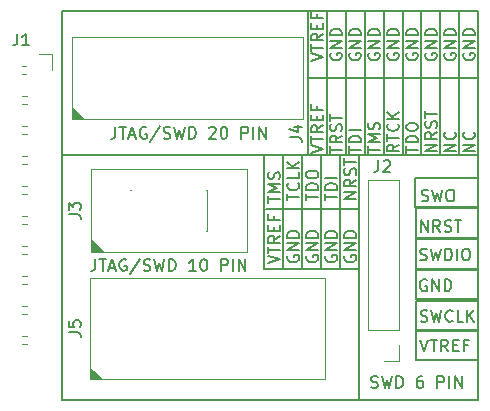
<source format=gbr>
%TF.GenerationSoftware,KiCad,Pcbnew,(6.0.1)*%
%TF.CreationDate,2023-01-19T10:52:25+01:00*%
%TF.ProjectId,swd-jlink-adapter,7377642d-6a6c-4696-9e6b-2d6164617074,rev?*%
%TF.SameCoordinates,Original*%
%TF.FileFunction,Legend,Top*%
%TF.FilePolarity,Positive*%
%FSLAX46Y46*%
G04 Gerber Fmt 4.6, Leading zero omitted, Abs format (unit mm)*
G04 Created by KiCad (PCBNEW (6.0.1)) date 2023-01-19 10:52:25*
%MOMM*%
%LPD*%
G01*
G04 APERTURE LIST*
%ADD10C,0.150000*%
%ADD11C,0.120000*%
G04 APERTURE END LIST*
D10*
X167000000Y-68500000D02*
X168600000Y-68500000D01*
X168600000Y-68500000D02*
X168600000Y-80750000D01*
X168600000Y-80750000D02*
X167000000Y-80750000D01*
X167000000Y-80750000D02*
X167000000Y-68500000D01*
X163800000Y-68500000D02*
X165400000Y-68500000D01*
X165400000Y-68500000D02*
X165400000Y-80750000D01*
X165400000Y-80750000D02*
X163800000Y-80750000D01*
X163800000Y-80750000D02*
X163800000Y-68500000D01*
X133400000Y-80750000D02*
X158500000Y-80750000D01*
X158500000Y-80750000D02*
X158500000Y-101500000D01*
X158500000Y-101500000D02*
X133400000Y-101500000D01*
X133400000Y-101500000D02*
X133400000Y-80750000D01*
X165400000Y-68500000D02*
X167000000Y-68500000D01*
X167000000Y-68500000D02*
X167000000Y-80750000D01*
X167000000Y-80750000D02*
X165400000Y-80750000D01*
X165400000Y-80750000D02*
X165400000Y-68500000D01*
X155800000Y-68500000D02*
X157400000Y-68500000D01*
X157400000Y-68500000D02*
X157400000Y-80750000D01*
X157400000Y-80750000D02*
X155800000Y-80750000D01*
X155800000Y-80750000D02*
X155800000Y-68500000D01*
X153700000Y-80750000D02*
X155300000Y-80750000D01*
X155300000Y-80750000D02*
X155300000Y-90400000D01*
X155300000Y-90400000D02*
X153700000Y-90400000D01*
X153700000Y-90400000D02*
X153700000Y-80750000D01*
X156900000Y-80750000D02*
X158500000Y-80750000D01*
X158500000Y-80750000D02*
X158500000Y-90400000D01*
X158500000Y-90400000D02*
X156900000Y-90400000D01*
X156900000Y-90400000D02*
X156900000Y-80750000D01*
X154200000Y-68500000D02*
X155800000Y-68500000D01*
X155800000Y-68500000D02*
X155800000Y-80750000D01*
X155800000Y-80750000D02*
X154200000Y-80750000D01*
X154200000Y-80750000D02*
X154200000Y-68500000D01*
X163300000Y-87850000D02*
X168600000Y-87850000D01*
X168600000Y-87850000D02*
X168600000Y-90350000D01*
X168600000Y-90350000D02*
X163300000Y-90350000D01*
X163300000Y-90350000D02*
X163300000Y-87850000D01*
X163300000Y-85250000D02*
X168600000Y-85250000D01*
X168600000Y-85250000D02*
X168600000Y-87750000D01*
X168600000Y-87750000D02*
X163300000Y-87750000D01*
X163300000Y-87750000D02*
X163300000Y-85250000D01*
X155300000Y-80750000D02*
X156900000Y-80750000D01*
X156900000Y-80750000D02*
X156900000Y-90400000D01*
X156900000Y-90400000D02*
X155300000Y-90400000D01*
X155300000Y-90400000D02*
X155300000Y-80750000D01*
X154250000Y-74250000D02*
X168500000Y-74250000D01*
X150500000Y-80750000D02*
X152100000Y-80750000D01*
X152100000Y-80750000D02*
X152100000Y-90400000D01*
X152100000Y-90400000D02*
X150500000Y-90400000D01*
X150500000Y-90400000D02*
X150500000Y-80750000D01*
X163300000Y-95600000D02*
X168600000Y-95600000D01*
X168600000Y-95600000D02*
X168600000Y-98100000D01*
X168600000Y-98100000D02*
X163300000Y-98100000D01*
X163300000Y-98100000D02*
X163300000Y-95600000D01*
X162200000Y-68500000D02*
X163800000Y-68500000D01*
X163800000Y-68500000D02*
X163800000Y-80750000D01*
X163800000Y-80750000D02*
X162200000Y-80750000D01*
X162200000Y-80750000D02*
X162200000Y-68500000D01*
X163285766Y-82650000D02*
X168585766Y-82650000D01*
X168585766Y-82650000D02*
X168585766Y-85150000D01*
X168585766Y-85150000D02*
X163285766Y-85150000D01*
X163285766Y-85150000D02*
X163285766Y-82650000D01*
X133400000Y-68500000D02*
X168600000Y-68500000D01*
X168600000Y-68500000D02*
X168600000Y-80750000D01*
X168600000Y-80750000D02*
X133400000Y-80750000D01*
X133400000Y-80750000D02*
X133400000Y-68500000D01*
X160600000Y-68500000D02*
X162200000Y-68500000D01*
X162200000Y-68500000D02*
X162200000Y-80750000D01*
X162200000Y-80750000D02*
X160600000Y-80750000D01*
X160600000Y-80750000D02*
X160600000Y-68500000D01*
X152100000Y-80750000D02*
X153700000Y-80750000D01*
X153700000Y-80750000D02*
X153700000Y-90400000D01*
X153700000Y-90400000D02*
X152100000Y-90400000D01*
X152100000Y-90400000D02*
X152100000Y-80750000D01*
X150600000Y-85300000D02*
X158500000Y-85300000D01*
X157400000Y-68500000D02*
X159000000Y-68500000D01*
X159000000Y-68500000D02*
X159000000Y-80750000D01*
X159000000Y-80750000D02*
X157400000Y-80750000D01*
X157400000Y-80750000D02*
X157400000Y-68500000D01*
X163300000Y-90450000D02*
X168600000Y-90450000D01*
X168600000Y-90450000D02*
X168600000Y-92950000D01*
X168600000Y-92950000D02*
X163300000Y-92950000D01*
X163300000Y-92950000D02*
X163300000Y-90450000D01*
X163300000Y-93050000D02*
X168600000Y-93050000D01*
X168600000Y-93050000D02*
X168600000Y-95550000D01*
X168600000Y-95550000D02*
X163300000Y-95550000D01*
X163300000Y-95550000D02*
X163300000Y-93050000D01*
X159000000Y-68500000D02*
X160600000Y-68500000D01*
X160600000Y-68500000D02*
X160600000Y-80750000D01*
X160600000Y-80750000D02*
X159000000Y-80750000D01*
X159000000Y-80750000D02*
X159000000Y-68500000D01*
X158500000Y-80750000D02*
X168600000Y-80750000D01*
X168600000Y-80750000D02*
X168600000Y-101500000D01*
X168600000Y-101500000D02*
X158500000Y-101500000D01*
X158500000Y-101500000D02*
X158500000Y-80750000D01*
X150832380Y-89907261D02*
X151832380Y-89573928D01*
X150832380Y-89240595D01*
X150832380Y-89050119D02*
X150832380Y-88478690D01*
X151832380Y-88764404D02*
X150832380Y-88764404D01*
X151832380Y-87573928D02*
X151356190Y-87907261D01*
X151832380Y-88145357D02*
X150832380Y-88145357D01*
X150832380Y-87764404D01*
X150880000Y-87669166D01*
X150927619Y-87621547D01*
X151022857Y-87573928D01*
X151165714Y-87573928D01*
X151260952Y-87621547D01*
X151308571Y-87669166D01*
X151356190Y-87764404D01*
X151356190Y-88145357D01*
X151308571Y-87145357D02*
X151308571Y-86812023D01*
X151832380Y-86669166D02*
X151832380Y-87145357D01*
X150832380Y-87145357D01*
X150832380Y-86669166D01*
X151308571Y-85907261D02*
X151308571Y-86240595D01*
X151832380Y-86240595D02*
X150832380Y-86240595D01*
X150832380Y-85764404D01*
X150832380Y-84764404D02*
X150832380Y-84192976D01*
X151832380Y-84478690D02*
X150832380Y-84478690D01*
X151832380Y-83859642D02*
X150832380Y-83859642D01*
X151546666Y-83526309D01*
X150832380Y-83192976D01*
X151832380Y-83192976D01*
X151784761Y-82764404D02*
X151832380Y-82621547D01*
X151832380Y-82383452D01*
X151784761Y-82288214D01*
X151737142Y-82240595D01*
X151641904Y-82192976D01*
X151546666Y-82192976D01*
X151451428Y-82240595D01*
X151403809Y-82288214D01*
X151356190Y-82383452D01*
X151308571Y-82573928D01*
X151260952Y-82669166D01*
X151213333Y-82716785D01*
X151118095Y-82764404D01*
X151022857Y-82764404D01*
X150927619Y-82716785D01*
X150880000Y-82669166D01*
X150832380Y-82573928D01*
X150832380Y-82335833D01*
X150880000Y-82192976D01*
X152490000Y-89240595D02*
X152442380Y-89335833D01*
X152442380Y-89478690D01*
X152490000Y-89621547D01*
X152585238Y-89716785D01*
X152680476Y-89764404D01*
X152870952Y-89812023D01*
X153013809Y-89812023D01*
X153204285Y-89764404D01*
X153299523Y-89716785D01*
X153394761Y-89621547D01*
X153442380Y-89478690D01*
X153442380Y-89383452D01*
X153394761Y-89240595D01*
X153347142Y-89192976D01*
X153013809Y-89192976D01*
X153013809Y-89383452D01*
X153442380Y-88764404D02*
X152442380Y-88764404D01*
X153442380Y-88192976D01*
X152442380Y-88192976D01*
X153442380Y-87716785D02*
X152442380Y-87716785D01*
X152442380Y-87478690D01*
X152490000Y-87335833D01*
X152585238Y-87240595D01*
X152680476Y-87192976D01*
X152870952Y-87145357D01*
X153013809Y-87145357D01*
X153204285Y-87192976D01*
X153299523Y-87240595D01*
X153394761Y-87335833D01*
X153442380Y-87478690D01*
X153442380Y-87716785D01*
X152442380Y-84573928D02*
X152442380Y-84002500D01*
X153442380Y-84288214D02*
X152442380Y-84288214D01*
X153347142Y-83097738D02*
X153394761Y-83145357D01*
X153442380Y-83288214D01*
X153442380Y-83383452D01*
X153394761Y-83526309D01*
X153299523Y-83621547D01*
X153204285Y-83669166D01*
X153013809Y-83716785D01*
X152870952Y-83716785D01*
X152680476Y-83669166D01*
X152585238Y-83621547D01*
X152490000Y-83526309D01*
X152442380Y-83383452D01*
X152442380Y-83288214D01*
X152490000Y-83145357D01*
X152537619Y-83097738D01*
X153442380Y-82192976D02*
X153442380Y-82669166D01*
X152442380Y-82669166D01*
X153442380Y-81859642D02*
X152442380Y-81859642D01*
X153442380Y-81288214D02*
X152870952Y-81716785D01*
X152442380Y-81288214D02*
X153013809Y-81859642D01*
X154100000Y-89240595D02*
X154052380Y-89335833D01*
X154052380Y-89478690D01*
X154100000Y-89621547D01*
X154195238Y-89716785D01*
X154290476Y-89764404D01*
X154480952Y-89812023D01*
X154623809Y-89812023D01*
X154814285Y-89764404D01*
X154909523Y-89716785D01*
X155004761Y-89621547D01*
X155052380Y-89478690D01*
X155052380Y-89383452D01*
X155004761Y-89240595D01*
X154957142Y-89192976D01*
X154623809Y-89192976D01*
X154623809Y-89383452D01*
X155052380Y-88764404D02*
X154052380Y-88764404D01*
X155052380Y-88192976D01*
X154052380Y-88192976D01*
X155052380Y-87716785D02*
X154052380Y-87716785D01*
X154052380Y-87478690D01*
X154100000Y-87335833D01*
X154195238Y-87240595D01*
X154290476Y-87192976D01*
X154480952Y-87145357D01*
X154623809Y-87145357D01*
X154814285Y-87192976D01*
X154909523Y-87240595D01*
X155004761Y-87335833D01*
X155052380Y-87478690D01*
X155052380Y-87716785D01*
X154052380Y-84573928D02*
X154052380Y-84002500D01*
X155052380Y-84288214D02*
X154052380Y-84288214D01*
X155052380Y-83669166D02*
X154052380Y-83669166D01*
X154052380Y-83431071D01*
X154100000Y-83288214D01*
X154195238Y-83192976D01*
X154290476Y-83145357D01*
X154480952Y-83097738D01*
X154623809Y-83097738D01*
X154814285Y-83145357D01*
X154909523Y-83192976D01*
X155004761Y-83288214D01*
X155052380Y-83431071D01*
X155052380Y-83669166D01*
X154052380Y-82478690D02*
X154052380Y-82288214D01*
X154100000Y-82192976D01*
X154195238Y-82097738D01*
X154385714Y-82050119D01*
X154719047Y-82050119D01*
X154909523Y-82097738D01*
X155004761Y-82192976D01*
X155052380Y-82288214D01*
X155052380Y-82478690D01*
X155004761Y-82573928D01*
X154909523Y-82669166D01*
X154719047Y-82716785D01*
X154385714Y-82716785D01*
X154195238Y-82669166D01*
X154100000Y-82573928D01*
X154052380Y-82478690D01*
X155710000Y-89240595D02*
X155662380Y-89335833D01*
X155662380Y-89478690D01*
X155710000Y-89621547D01*
X155805238Y-89716785D01*
X155900476Y-89764404D01*
X156090952Y-89812023D01*
X156233809Y-89812023D01*
X156424285Y-89764404D01*
X156519523Y-89716785D01*
X156614761Y-89621547D01*
X156662380Y-89478690D01*
X156662380Y-89383452D01*
X156614761Y-89240595D01*
X156567142Y-89192976D01*
X156233809Y-89192976D01*
X156233809Y-89383452D01*
X156662380Y-88764404D02*
X155662380Y-88764404D01*
X156662380Y-88192976D01*
X155662380Y-88192976D01*
X156662380Y-87716785D02*
X155662380Y-87716785D01*
X155662380Y-87478690D01*
X155710000Y-87335833D01*
X155805238Y-87240595D01*
X155900476Y-87192976D01*
X156090952Y-87145357D01*
X156233809Y-87145357D01*
X156424285Y-87192976D01*
X156519523Y-87240595D01*
X156614761Y-87335833D01*
X156662380Y-87478690D01*
X156662380Y-87716785D01*
X155662380Y-84573928D02*
X155662380Y-84002500D01*
X156662380Y-84288214D02*
X155662380Y-84288214D01*
X156662380Y-83669166D02*
X155662380Y-83669166D01*
X155662380Y-83431071D01*
X155710000Y-83288214D01*
X155805238Y-83192976D01*
X155900476Y-83145357D01*
X156090952Y-83097738D01*
X156233809Y-83097738D01*
X156424285Y-83145357D01*
X156519523Y-83192976D01*
X156614761Y-83288214D01*
X156662380Y-83431071D01*
X156662380Y-83669166D01*
X156662380Y-82669166D02*
X155662380Y-82669166D01*
X157320000Y-89240595D02*
X157272380Y-89335833D01*
X157272380Y-89478690D01*
X157320000Y-89621547D01*
X157415238Y-89716785D01*
X157510476Y-89764404D01*
X157700952Y-89812023D01*
X157843809Y-89812023D01*
X158034285Y-89764404D01*
X158129523Y-89716785D01*
X158224761Y-89621547D01*
X158272380Y-89478690D01*
X158272380Y-89383452D01*
X158224761Y-89240595D01*
X158177142Y-89192976D01*
X157843809Y-89192976D01*
X157843809Y-89383452D01*
X158272380Y-88764404D02*
X157272380Y-88764404D01*
X158272380Y-88192976D01*
X157272380Y-88192976D01*
X158272380Y-87716785D02*
X157272380Y-87716785D01*
X157272380Y-87478690D01*
X157320000Y-87335833D01*
X157415238Y-87240595D01*
X157510476Y-87192976D01*
X157700952Y-87145357D01*
X157843809Y-87145357D01*
X158034285Y-87192976D01*
X158129523Y-87240595D01*
X158224761Y-87335833D01*
X158272380Y-87478690D01*
X158272380Y-87716785D01*
X158272380Y-84431071D02*
X157272380Y-84431071D01*
X158272380Y-83859642D01*
X157272380Y-83859642D01*
X158272380Y-82812023D02*
X157796190Y-83145357D01*
X158272380Y-83383452D02*
X157272380Y-83383452D01*
X157272380Y-83002500D01*
X157320000Y-82907261D01*
X157367619Y-82859642D01*
X157462857Y-82812023D01*
X157605714Y-82812023D01*
X157700952Y-82859642D01*
X157748571Y-82907261D01*
X157796190Y-83002500D01*
X157796190Y-83383452D01*
X158224761Y-82431071D02*
X158272380Y-82288214D01*
X158272380Y-82050119D01*
X158224761Y-81954880D01*
X158177142Y-81907261D01*
X158081904Y-81859642D01*
X157986666Y-81859642D01*
X157891428Y-81907261D01*
X157843809Y-81954880D01*
X157796190Y-82050119D01*
X157748571Y-82240595D01*
X157700952Y-82335833D01*
X157653333Y-82383452D01*
X157558095Y-82431071D01*
X157462857Y-82431071D01*
X157367619Y-82383452D01*
X157320000Y-82335833D01*
X157272380Y-82240595D01*
X157272380Y-82002500D01*
X157320000Y-81859642D01*
X157272380Y-81573928D02*
X157272380Y-81002500D01*
X158272380Y-81288214D02*
X157272380Y-81288214D01*
X164238095Y-91300000D02*
X164142857Y-91252380D01*
X164000000Y-91252380D01*
X163857142Y-91300000D01*
X163761904Y-91395238D01*
X163714285Y-91490476D01*
X163666666Y-91680952D01*
X163666666Y-91823809D01*
X163714285Y-92014285D01*
X163761904Y-92109523D01*
X163857142Y-92204761D01*
X164000000Y-92252380D01*
X164095238Y-92252380D01*
X164238095Y-92204761D01*
X164285714Y-92157142D01*
X164285714Y-91823809D01*
X164095238Y-91823809D01*
X164714285Y-92252380D02*
X164714285Y-91252380D01*
X165285714Y-92252380D01*
X165285714Y-91252380D01*
X165761904Y-92252380D02*
X165761904Y-91252380D01*
X166000000Y-91252380D01*
X166142857Y-91300000D01*
X166238095Y-91395238D01*
X166285714Y-91490476D01*
X166333333Y-91680952D01*
X166333333Y-91823809D01*
X166285714Y-92014285D01*
X166238095Y-92109523D01*
X166142857Y-92204761D01*
X166000000Y-92252380D01*
X165761904Y-92252380D01*
X163819047Y-84604761D02*
X163961904Y-84652380D01*
X164200000Y-84652380D01*
X164295238Y-84604761D01*
X164342857Y-84557142D01*
X164390476Y-84461904D01*
X164390476Y-84366666D01*
X164342857Y-84271428D01*
X164295238Y-84223809D01*
X164200000Y-84176190D01*
X164009523Y-84128571D01*
X163914285Y-84080952D01*
X163866666Y-84033333D01*
X163819047Y-83938095D01*
X163819047Y-83842857D01*
X163866666Y-83747619D01*
X163914285Y-83700000D01*
X164009523Y-83652380D01*
X164247619Y-83652380D01*
X164390476Y-83700000D01*
X164723809Y-83652380D02*
X164961904Y-84652380D01*
X165152380Y-83938095D01*
X165342857Y-84652380D01*
X165580952Y-83652380D01*
X166152380Y-83652380D02*
X166342857Y-83652380D01*
X166438095Y-83700000D01*
X166533333Y-83795238D01*
X166580952Y-83985714D01*
X166580952Y-84319047D01*
X166533333Y-84509523D01*
X166438095Y-84604761D01*
X166342857Y-84652380D01*
X166152380Y-84652380D01*
X166057142Y-84604761D01*
X165961904Y-84509523D01*
X165914285Y-84319047D01*
X165914285Y-83985714D01*
X165961904Y-83795238D01*
X166057142Y-83700000D01*
X166152380Y-83652380D01*
X163757142Y-87252380D02*
X163757142Y-86252380D01*
X164328571Y-87252380D01*
X164328571Y-86252380D01*
X165376190Y-87252380D02*
X165042857Y-86776190D01*
X164804761Y-87252380D02*
X164804761Y-86252380D01*
X165185714Y-86252380D01*
X165280952Y-86300000D01*
X165328571Y-86347619D01*
X165376190Y-86442857D01*
X165376190Y-86585714D01*
X165328571Y-86680952D01*
X165280952Y-86728571D01*
X165185714Y-86776190D01*
X164804761Y-86776190D01*
X165757142Y-87204761D02*
X165900000Y-87252380D01*
X166138095Y-87252380D01*
X166233333Y-87204761D01*
X166280952Y-87157142D01*
X166328571Y-87061904D01*
X166328571Y-86966666D01*
X166280952Y-86871428D01*
X166233333Y-86823809D01*
X166138095Y-86776190D01*
X165947619Y-86728571D01*
X165852380Y-86680952D01*
X165804761Y-86633333D01*
X165757142Y-86538095D01*
X165757142Y-86442857D01*
X165804761Y-86347619D01*
X165852380Y-86300000D01*
X165947619Y-86252380D01*
X166185714Y-86252380D01*
X166328571Y-86300000D01*
X166614285Y-86252380D02*
X167185714Y-86252380D01*
X166900000Y-87252380D02*
X166900000Y-86252380D01*
X163680952Y-89604761D02*
X163823809Y-89652380D01*
X164061904Y-89652380D01*
X164157142Y-89604761D01*
X164204761Y-89557142D01*
X164252380Y-89461904D01*
X164252380Y-89366666D01*
X164204761Y-89271428D01*
X164157142Y-89223809D01*
X164061904Y-89176190D01*
X163871428Y-89128571D01*
X163776190Y-89080952D01*
X163728571Y-89033333D01*
X163680952Y-88938095D01*
X163680952Y-88842857D01*
X163728571Y-88747619D01*
X163776190Y-88700000D01*
X163871428Y-88652380D01*
X164109523Y-88652380D01*
X164252380Y-88700000D01*
X164585714Y-88652380D02*
X164823809Y-89652380D01*
X165014285Y-88938095D01*
X165204761Y-89652380D01*
X165442857Y-88652380D01*
X165823809Y-89652380D02*
X165823809Y-88652380D01*
X166061904Y-88652380D01*
X166204761Y-88700000D01*
X166300000Y-88795238D01*
X166347619Y-88890476D01*
X166395238Y-89080952D01*
X166395238Y-89223809D01*
X166347619Y-89414285D01*
X166300000Y-89509523D01*
X166204761Y-89604761D01*
X166061904Y-89652380D01*
X165823809Y-89652380D01*
X166823809Y-89652380D02*
X166823809Y-88652380D01*
X167490476Y-88652380D02*
X167680952Y-88652380D01*
X167776190Y-88700000D01*
X167871428Y-88795238D01*
X167919047Y-88985714D01*
X167919047Y-89319047D01*
X167871428Y-89509523D01*
X167776190Y-89604761D01*
X167680952Y-89652380D01*
X167490476Y-89652380D01*
X167395238Y-89604761D01*
X167300000Y-89509523D01*
X167252380Y-89319047D01*
X167252380Y-88985714D01*
X167300000Y-88795238D01*
X167395238Y-88700000D01*
X167490476Y-88652380D01*
X136185714Y-89552380D02*
X136185714Y-90266666D01*
X136138095Y-90409523D01*
X136042857Y-90504761D01*
X135900000Y-90552380D01*
X135804761Y-90552380D01*
X136519047Y-89552380D02*
X137090476Y-89552380D01*
X136804761Y-90552380D02*
X136804761Y-89552380D01*
X137376190Y-90266666D02*
X137852380Y-90266666D01*
X137280952Y-90552380D02*
X137614285Y-89552380D01*
X137947619Y-90552380D01*
X138804761Y-89600000D02*
X138709523Y-89552380D01*
X138566666Y-89552380D01*
X138423809Y-89600000D01*
X138328571Y-89695238D01*
X138280952Y-89790476D01*
X138233333Y-89980952D01*
X138233333Y-90123809D01*
X138280952Y-90314285D01*
X138328571Y-90409523D01*
X138423809Y-90504761D01*
X138566666Y-90552380D01*
X138661904Y-90552380D01*
X138804761Y-90504761D01*
X138852380Y-90457142D01*
X138852380Y-90123809D01*
X138661904Y-90123809D01*
X139995238Y-89504761D02*
X139138095Y-90790476D01*
X140280952Y-90504761D02*
X140423809Y-90552380D01*
X140661904Y-90552380D01*
X140757142Y-90504761D01*
X140804761Y-90457142D01*
X140852380Y-90361904D01*
X140852380Y-90266666D01*
X140804761Y-90171428D01*
X140757142Y-90123809D01*
X140661904Y-90076190D01*
X140471428Y-90028571D01*
X140376190Y-89980952D01*
X140328571Y-89933333D01*
X140280952Y-89838095D01*
X140280952Y-89742857D01*
X140328571Y-89647619D01*
X140376190Y-89600000D01*
X140471428Y-89552380D01*
X140709523Y-89552380D01*
X140852380Y-89600000D01*
X141185714Y-89552380D02*
X141423809Y-90552380D01*
X141614285Y-89838095D01*
X141804761Y-90552380D01*
X142042857Y-89552380D01*
X142423809Y-90552380D02*
X142423809Y-89552380D01*
X142661904Y-89552380D01*
X142804761Y-89600000D01*
X142900000Y-89695238D01*
X142947619Y-89790476D01*
X142995238Y-89980952D01*
X142995238Y-90123809D01*
X142947619Y-90314285D01*
X142900000Y-90409523D01*
X142804761Y-90504761D01*
X142661904Y-90552380D01*
X142423809Y-90552380D01*
X144709523Y-90552380D02*
X144138095Y-90552380D01*
X144423809Y-90552380D02*
X144423809Y-89552380D01*
X144328571Y-89695238D01*
X144233333Y-89790476D01*
X144138095Y-89838095D01*
X145328571Y-89552380D02*
X145423809Y-89552380D01*
X145519047Y-89600000D01*
X145566666Y-89647619D01*
X145614285Y-89742857D01*
X145661904Y-89933333D01*
X145661904Y-90171428D01*
X145614285Y-90361904D01*
X145566666Y-90457142D01*
X145519047Y-90504761D01*
X145423809Y-90552380D01*
X145328571Y-90552380D01*
X145233333Y-90504761D01*
X145185714Y-90457142D01*
X145138095Y-90361904D01*
X145090476Y-90171428D01*
X145090476Y-89933333D01*
X145138095Y-89742857D01*
X145185714Y-89647619D01*
X145233333Y-89600000D01*
X145328571Y-89552380D01*
X146852380Y-90552380D02*
X146852380Y-89552380D01*
X147233333Y-89552380D01*
X147328571Y-89600000D01*
X147376190Y-89647619D01*
X147423809Y-89742857D01*
X147423809Y-89885714D01*
X147376190Y-89980952D01*
X147328571Y-90028571D01*
X147233333Y-90076190D01*
X146852380Y-90076190D01*
X147852380Y-90552380D02*
X147852380Y-89552380D01*
X148328571Y-90552380D02*
X148328571Y-89552380D01*
X148900000Y-90552380D01*
X148900000Y-89552380D01*
X154462380Y-80557261D02*
X155462380Y-80223928D01*
X154462380Y-79890595D01*
X154462380Y-79700119D02*
X154462380Y-79128690D01*
X155462380Y-79414404D02*
X154462380Y-79414404D01*
X155462380Y-78223928D02*
X154986190Y-78557261D01*
X155462380Y-78795357D02*
X154462380Y-78795357D01*
X154462380Y-78414404D01*
X154510000Y-78319166D01*
X154557619Y-78271547D01*
X154652857Y-78223928D01*
X154795714Y-78223928D01*
X154890952Y-78271547D01*
X154938571Y-78319166D01*
X154986190Y-78414404D01*
X154986190Y-78795357D01*
X154938571Y-77795357D02*
X154938571Y-77462023D01*
X155462380Y-77319166D02*
X155462380Y-77795357D01*
X154462380Y-77795357D01*
X154462380Y-77319166D01*
X154938571Y-76557261D02*
X154938571Y-76890595D01*
X155462380Y-76890595D02*
X154462380Y-76890595D01*
X154462380Y-76414404D01*
X154462380Y-72795357D02*
X155462380Y-72462023D01*
X154462380Y-72128690D01*
X154462380Y-71938214D02*
X154462380Y-71366785D01*
X155462380Y-71652500D02*
X154462380Y-71652500D01*
X155462380Y-70462023D02*
X154986190Y-70795357D01*
X155462380Y-71033452D02*
X154462380Y-71033452D01*
X154462380Y-70652500D01*
X154510000Y-70557261D01*
X154557619Y-70509642D01*
X154652857Y-70462023D01*
X154795714Y-70462023D01*
X154890952Y-70509642D01*
X154938571Y-70557261D01*
X154986190Y-70652500D01*
X154986190Y-71033452D01*
X154938571Y-70033452D02*
X154938571Y-69700119D01*
X155462380Y-69557261D02*
X155462380Y-70033452D01*
X154462380Y-70033452D01*
X154462380Y-69557261D01*
X154938571Y-68795357D02*
X154938571Y-69128690D01*
X155462380Y-69128690D02*
X154462380Y-69128690D01*
X154462380Y-68652500D01*
X156072380Y-80557261D02*
X156072380Y-79985833D01*
X157072380Y-80271547D02*
X156072380Y-80271547D01*
X157072380Y-79081071D02*
X156596190Y-79414404D01*
X157072380Y-79652500D02*
X156072380Y-79652500D01*
X156072380Y-79271547D01*
X156120000Y-79176309D01*
X156167619Y-79128690D01*
X156262857Y-79081071D01*
X156405714Y-79081071D01*
X156500952Y-79128690D01*
X156548571Y-79176309D01*
X156596190Y-79271547D01*
X156596190Y-79652500D01*
X157024761Y-78700119D02*
X157072380Y-78557261D01*
X157072380Y-78319166D01*
X157024761Y-78223928D01*
X156977142Y-78176309D01*
X156881904Y-78128690D01*
X156786666Y-78128690D01*
X156691428Y-78176309D01*
X156643809Y-78223928D01*
X156596190Y-78319166D01*
X156548571Y-78509642D01*
X156500952Y-78604880D01*
X156453333Y-78652500D01*
X156358095Y-78700119D01*
X156262857Y-78700119D01*
X156167619Y-78652500D01*
X156120000Y-78604880D01*
X156072380Y-78509642D01*
X156072380Y-78271547D01*
X156120000Y-78128690D01*
X156072380Y-77842976D02*
X156072380Y-77271547D01*
X157072380Y-77557261D02*
X156072380Y-77557261D01*
X156120000Y-72128690D02*
X156072380Y-72223928D01*
X156072380Y-72366785D01*
X156120000Y-72509642D01*
X156215238Y-72604880D01*
X156310476Y-72652500D01*
X156500952Y-72700119D01*
X156643809Y-72700119D01*
X156834285Y-72652500D01*
X156929523Y-72604880D01*
X157024761Y-72509642D01*
X157072380Y-72366785D01*
X157072380Y-72271547D01*
X157024761Y-72128690D01*
X156977142Y-72081071D01*
X156643809Y-72081071D01*
X156643809Y-72271547D01*
X157072380Y-71652500D02*
X156072380Y-71652500D01*
X157072380Y-71081071D01*
X156072380Y-71081071D01*
X157072380Y-70604880D02*
X156072380Y-70604880D01*
X156072380Y-70366785D01*
X156120000Y-70223928D01*
X156215238Y-70128690D01*
X156310476Y-70081071D01*
X156500952Y-70033452D01*
X156643809Y-70033452D01*
X156834285Y-70081071D01*
X156929523Y-70128690D01*
X157024761Y-70223928D01*
X157072380Y-70366785D01*
X157072380Y-70604880D01*
X157682380Y-80557261D02*
X157682380Y-79985833D01*
X158682380Y-80271547D02*
X157682380Y-80271547D01*
X158682380Y-79652500D02*
X157682380Y-79652500D01*
X157682380Y-79414404D01*
X157730000Y-79271547D01*
X157825238Y-79176309D01*
X157920476Y-79128690D01*
X158110952Y-79081071D01*
X158253809Y-79081071D01*
X158444285Y-79128690D01*
X158539523Y-79176309D01*
X158634761Y-79271547D01*
X158682380Y-79414404D01*
X158682380Y-79652500D01*
X158682380Y-78652500D02*
X157682380Y-78652500D01*
X157730000Y-72128690D02*
X157682380Y-72223928D01*
X157682380Y-72366785D01*
X157730000Y-72509642D01*
X157825238Y-72604880D01*
X157920476Y-72652500D01*
X158110952Y-72700119D01*
X158253809Y-72700119D01*
X158444285Y-72652500D01*
X158539523Y-72604880D01*
X158634761Y-72509642D01*
X158682380Y-72366785D01*
X158682380Y-72271547D01*
X158634761Y-72128690D01*
X158587142Y-72081071D01*
X158253809Y-72081071D01*
X158253809Y-72271547D01*
X158682380Y-71652500D02*
X157682380Y-71652500D01*
X158682380Y-71081071D01*
X157682380Y-71081071D01*
X158682380Y-70604880D02*
X157682380Y-70604880D01*
X157682380Y-70366785D01*
X157730000Y-70223928D01*
X157825238Y-70128690D01*
X157920476Y-70081071D01*
X158110952Y-70033452D01*
X158253809Y-70033452D01*
X158444285Y-70081071D01*
X158539523Y-70128690D01*
X158634761Y-70223928D01*
X158682380Y-70366785D01*
X158682380Y-70604880D01*
X159292380Y-80557261D02*
X159292380Y-79985833D01*
X160292380Y-80271547D02*
X159292380Y-80271547D01*
X160292380Y-79652500D02*
X159292380Y-79652500D01*
X160006666Y-79319166D01*
X159292380Y-78985833D01*
X160292380Y-78985833D01*
X160244761Y-78557261D02*
X160292380Y-78414404D01*
X160292380Y-78176309D01*
X160244761Y-78081071D01*
X160197142Y-78033452D01*
X160101904Y-77985833D01*
X160006666Y-77985833D01*
X159911428Y-78033452D01*
X159863809Y-78081071D01*
X159816190Y-78176309D01*
X159768571Y-78366785D01*
X159720952Y-78462023D01*
X159673333Y-78509642D01*
X159578095Y-78557261D01*
X159482857Y-78557261D01*
X159387619Y-78509642D01*
X159340000Y-78462023D01*
X159292380Y-78366785D01*
X159292380Y-78128690D01*
X159340000Y-77985833D01*
X159340000Y-72128690D02*
X159292380Y-72223928D01*
X159292380Y-72366785D01*
X159340000Y-72509642D01*
X159435238Y-72604880D01*
X159530476Y-72652500D01*
X159720952Y-72700119D01*
X159863809Y-72700119D01*
X160054285Y-72652500D01*
X160149523Y-72604880D01*
X160244761Y-72509642D01*
X160292380Y-72366785D01*
X160292380Y-72271547D01*
X160244761Y-72128690D01*
X160197142Y-72081071D01*
X159863809Y-72081071D01*
X159863809Y-72271547D01*
X160292380Y-71652500D02*
X159292380Y-71652500D01*
X160292380Y-71081071D01*
X159292380Y-71081071D01*
X160292380Y-70604880D02*
X159292380Y-70604880D01*
X159292380Y-70366785D01*
X159340000Y-70223928D01*
X159435238Y-70128690D01*
X159530476Y-70081071D01*
X159720952Y-70033452D01*
X159863809Y-70033452D01*
X160054285Y-70081071D01*
X160149523Y-70128690D01*
X160244761Y-70223928D01*
X160292380Y-70366785D01*
X160292380Y-70604880D01*
X161902380Y-79842976D02*
X161426190Y-80176309D01*
X161902380Y-80414404D02*
X160902380Y-80414404D01*
X160902380Y-80033452D01*
X160950000Y-79938214D01*
X160997619Y-79890595D01*
X161092857Y-79842976D01*
X161235714Y-79842976D01*
X161330952Y-79890595D01*
X161378571Y-79938214D01*
X161426190Y-80033452D01*
X161426190Y-80414404D01*
X160902380Y-79557261D02*
X160902380Y-78985833D01*
X161902380Y-79271547D02*
X160902380Y-79271547D01*
X161807142Y-78081071D02*
X161854761Y-78128690D01*
X161902380Y-78271547D01*
X161902380Y-78366785D01*
X161854761Y-78509642D01*
X161759523Y-78604880D01*
X161664285Y-78652500D01*
X161473809Y-78700119D01*
X161330952Y-78700119D01*
X161140476Y-78652500D01*
X161045238Y-78604880D01*
X160950000Y-78509642D01*
X160902380Y-78366785D01*
X160902380Y-78271547D01*
X160950000Y-78128690D01*
X160997619Y-78081071D01*
X161902380Y-77652500D02*
X160902380Y-77652500D01*
X161902380Y-77081071D02*
X161330952Y-77509642D01*
X160902380Y-77081071D02*
X161473809Y-77652500D01*
X160950000Y-72128690D02*
X160902380Y-72223928D01*
X160902380Y-72366785D01*
X160950000Y-72509642D01*
X161045238Y-72604880D01*
X161140476Y-72652500D01*
X161330952Y-72700119D01*
X161473809Y-72700119D01*
X161664285Y-72652500D01*
X161759523Y-72604880D01*
X161854761Y-72509642D01*
X161902380Y-72366785D01*
X161902380Y-72271547D01*
X161854761Y-72128690D01*
X161807142Y-72081071D01*
X161473809Y-72081071D01*
X161473809Y-72271547D01*
X161902380Y-71652500D02*
X160902380Y-71652500D01*
X161902380Y-71081071D01*
X160902380Y-71081071D01*
X161902380Y-70604880D02*
X160902380Y-70604880D01*
X160902380Y-70366785D01*
X160950000Y-70223928D01*
X161045238Y-70128690D01*
X161140476Y-70081071D01*
X161330952Y-70033452D01*
X161473809Y-70033452D01*
X161664285Y-70081071D01*
X161759523Y-70128690D01*
X161854761Y-70223928D01*
X161902380Y-70366785D01*
X161902380Y-70604880D01*
X162512380Y-80557261D02*
X162512380Y-79985833D01*
X163512380Y-80271547D02*
X162512380Y-80271547D01*
X163512380Y-79652500D02*
X162512380Y-79652500D01*
X162512380Y-79414404D01*
X162560000Y-79271547D01*
X162655238Y-79176309D01*
X162750476Y-79128690D01*
X162940952Y-79081071D01*
X163083809Y-79081071D01*
X163274285Y-79128690D01*
X163369523Y-79176309D01*
X163464761Y-79271547D01*
X163512380Y-79414404D01*
X163512380Y-79652500D01*
X162512380Y-78462023D02*
X162512380Y-78271547D01*
X162560000Y-78176309D01*
X162655238Y-78081071D01*
X162845714Y-78033452D01*
X163179047Y-78033452D01*
X163369523Y-78081071D01*
X163464761Y-78176309D01*
X163512380Y-78271547D01*
X163512380Y-78462023D01*
X163464761Y-78557261D01*
X163369523Y-78652500D01*
X163179047Y-78700119D01*
X162845714Y-78700119D01*
X162655238Y-78652500D01*
X162560000Y-78557261D01*
X162512380Y-78462023D01*
X162560000Y-72128690D02*
X162512380Y-72223928D01*
X162512380Y-72366785D01*
X162560000Y-72509642D01*
X162655238Y-72604880D01*
X162750476Y-72652500D01*
X162940952Y-72700119D01*
X163083809Y-72700119D01*
X163274285Y-72652500D01*
X163369523Y-72604880D01*
X163464761Y-72509642D01*
X163512380Y-72366785D01*
X163512380Y-72271547D01*
X163464761Y-72128690D01*
X163417142Y-72081071D01*
X163083809Y-72081071D01*
X163083809Y-72271547D01*
X163512380Y-71652500D02*
X162512380Y-71652500D01*
X163512380Y-71081071D01*
X162512380Y-71081071D01*
X163512380Y-70604880D02*
X162512380Y-70604880D01*
X162512380Y-70366785D01*
X162560000Y-70223928D01*
X162655238Y-70128690D01*
X162750476Y-70081071D01*
X162940952Y-70033452D01*
X163083809Y-70033452D01*
X163274285Y-70081071D01*
X163369523Y-70128690D01*
X163464761Y-70223928D01*
X163512380Y-70366785D01*
X163512380Y-70604880D01*
X165122380Y-80414404D02*
X164122380Y-80414404D01*
X165122380Y-79842976D01*
X164122380Y-79842976D01*
X165122380Y-78795357D02*
X164646190Y-79128690D01*
X165122380Y-79366785D02*
X164122380Y-79366785D01*
X164122380Y-78985833D01*
X164170000Y-78890595D01*
X164217619Y-78842976D01*
X164312857Y-78795357D01*
X164455714Y-78795357D01*
X164550952Y-78842976D01*
X164598571Y-78890595D01*
X164646190Y-78985833D01*
X164646190Y-79366785D01*
X165074761Y-78414404D02*
X165122380Y-78271547D01*
X165122380Y-78033452D01*
X165074761Y-77938214D01*
X165027142Y-77890595D01*
X164931904Y-77842976D01*
X164836666Y-77842976D01*
X164741428Y-77890595D01*
X164693809Y-77938214D01*
X164646190Y-78033452D01*
X164598571Y-78223928D01*
X164550952Y-78319166D01*
X164503333Y-78366785D01*
X164408095Y-78414404D01*
X164312857Y-78414404D01*
X164217619Y-78366785D01*
X164170000Y-78319166D01*
X164122380Y-78223928D01*
X164122380Y-77985833D01*
X164170000Y-77842976D01*
X164122380Y-77557261D02*
X164122380Y-76985833D01*
X165122380Y-77271547D02*
X164122380Y-77271547D01*
X164170000Y-72128690D02*
X164122380Y-72223928D01*
X164122380Y-72366785D01*
X164170000Y-72509642D01*
X164265238Y-72604880D01*
X164360476Y-72652500D01*
X164550952Y-72700119D01*
X164693809Y-72700119D01*
X164884285Y-72652500D01*
X164979523Y-72604880D01*
X165074761Y-72509642D01*
X165122380Y-72366785D01*
X165122380Y-72271547D01*
X165074761Y-72128690D01*
X165027142Y-72081071D01*
X164693809Y-72081071D01*
X164693809Y-72271547D01*
X165122380Y-71652500D02*
X164122380Y-71652500D01*
X165122380Y-71081071D01*
X164122380Y-71081071D01*
X165122380Y-70604880D02*
X164122380Y-70604880D01*
X164122380Y-70366785D01*
X164170000Y-70223928D01*
X164265238Y-70128690D01*
X164360476Y-70081071D01*
X164550952Y-70033452D01*
X164693809Y-70033452D01*
X164884285Y-70081071D01*
X164979523Y-70128690D01*
X165074761Y-70223928D01*
X165122380Y-70366785D01*
X165122380Y-70604880D01*
X166732380Y-80414404D02*
X165732380Y-80414404D01*
X166732380Y-79842976D01*
X165732380Y-79842976D01*
X166637142Y-78795357D02*
X166684761Y-78842976D01*
X166732380Y-78985833D01*
X166732380Y-79081071D01*
X166684761Y-79223928D01*
X166589523Y-79319166D01*
X166494285Y-79366785D01*
X166303809Y-79414404D01*
X166160952Y-79414404D01*
X165970476Y-79366785D01*
X165875238Y-79319166D01*
X165780000Y-79223928D01*
X165732380Y-79081071D01*
X165732380Y-78985833D01*
X165780000Y-78842976D01*
X165827619Y-78795357D01*
X165780000Y-72128690D02*
X165732380Y-72223928D01*
X165732380Y-72366785D01*
X165780000Y-72509642D01*
X165875238Y-72604880D01*
X165970476Y-72652500D01*
X166160952Y-72700119D01*
X166303809Y-72700119D01*
X166494285Y-72652500D01*
X166589523Y-72604880D01*
X166684761Y-72509642D01*
X166732380Y-72366785D01*
X166732380Y-72271547D01*
X166684761Y-72128690D01*
X166637142Y-72081071D01*
X166303809Y-72081071D01*
X166303809Y-72271547D01*
X166732380Y-71652500D02*
X165732380Y-71652500D01*
X166732380Y-71081071D01*
X165732380Y-71081071D01*
X166732380Y-70604880D02*
X165732380Y-70604880D01*
X165732380Y-70366785D01*
X165780000Y-70223928D01*
X165875238Y-70128690D01*
X165970476Y-70081071D01*
X166160952Y-70033452D01*
X166303809Y-70033452D01*
X166494285Y-70081071D01*
X166589523Y-70128690D01*
X166684761Y-70223928D01*
X166732380Y-70366785D01*
X166732380Y-70604880D01*
X168342380Y-80414404D02*
X167342380Y-80414404D01*
X168342380Y-79842976D01*
X167342380Y-79842976D01*
X168247142Y-78795357D02*
X168294761Y-78842976D01*
X168342380Y-78985833D01*
X168342380Y-79081071D01*
X168294761Y-79223928D01*
X168199523Y-79319166D01*
X168104285Y-79366785D01*
X167913809Y-79414404D01*
X167770952Y-79414404D01*
X167580476Y-79366785D01*
X167485238Y-79319166D01*
X167390000Y-79223928D01*
X167342380Y-79081071D01*
X167342380Y-78985833D01*
X167390000Y-78842976D01*
X167437619Y-78795357D01*
X167390000Y-72128690D02*
X167342380Y-72223928D01*
X167342380Y-72366785D01*
X167390000Y-72509642D01*
X167485238Y-72604880D01*
X167580476Y-72652500D01*
X167770952Y-72700119D01*
X167913809Y-72700119D01*
X168104285Y-72652500D01*
X168199523Y-72604880D01*
X168294761Y-72509642D01*
X168342380Y-72366785D01*
X168342380Y-72271547D01*
X168294761Y-72128690D01*
X168247142Y-72081071D01*
X167913809Y-72081071D01*
X167913809Y-72271547D01*
X168342380Y-71652500D02*
X167342380Y-71652500D01*
X168342380Y-71081071D01*
X167342380Y-71081071D01*
X168342380Y-70604880D02*
X167342380Y-70604880D01*
X167342380Y-70366785D01*
X167390000Y-70223928D01*
X167485238Y-70128690D01*
X167580476Y-70081071D01*
X167770952Y-70033452D01*
X167913809Y-70033452D01*
X168104285Y-70081071D01*
X168199523Y-70128690D01*
X168294761Y-70223928D01*
X168342380Y-70366785D01*
X168342380Y-70604880D01*
X159542857Y-100404761D02*
X159685714Y-100452380D01*
X159923809Y-100452380D01*
X160019047Y-100404761D01*
X160066666Y-100357142D01*
X160114285Y-100261904D01*
X160114285Y-100166666D01*
X160066666Y-100071428D01*
X160019047Y-100023809D01*
X159923809Y-99976190D01*
X159733333Y-99928571D01*
X159638095Y-99880952D01*
X159590476Y-99833333D01*
X159542857Y-99738095D01*
X159542857Y-99642857D01*
X159590476Y-99547619D01*
X159638095Y-99500000D01*
X159733333Y-99452380D01*
X159971428Y-99452380D01*
X160114285Y-99500000D01*
X160447619Y-99452380D02*
X160685714Y-100452380D01*
X160876190Y-99738095D01*
X161066666Y-100452380D01*
X161304761Y-99452380D01*
X161685714Y-100452380D02*
X161685714Y-99452380D01*
X161923809Y-99452380D01*
X162066666Y-99500000D01*
X162161904Y-99595238D01*
X162209523Y-99690476D01*
X162257142Y-99880952D01*
X162257142Y-100023809D01*
X162209523Y-100214285D01*
X162161904Y-100309523D01*
X162066666Y-100404761D01*
X161923809Y-100452380D01*
X161685714Y-100452380D01*
X163876190Y-99452380D02*
X163685714Y-99452380D01*
X163590476Y-99500000D01*
X163542857Y-99547619D01*
X163447619Y-99690476D01*
X163400000Y-99880952D01*
X163400000Y-100261904D01*
X163447619Y-100357142D01*
X163495238Y-100404761D01*
X163590476Y-100452380D01*
X163780952Y-100452380D01*
X163876190Y-100404761D01*
X163923809Y-100357142D01*
X163971428Y-100261904D01*
X163971428Y-100023809D01*
X163923809Y-99928571D01*
X163876190Y-99880952D01*
X163780952Y-99833333D01*
X163590476Y-99833333D01*
X163495238Y-99880952D01*
X163447619Y-99928571D01*
X163400000Y-100023809D01*
X165161904Y-100452380D02*
X165161904Y-99452380D01*
X165542857Y-99452380D01*
X165638095Y-99500000D01*
X165685714Y-99547619D01*
X165733333Y-99642857D01*
X165733333Y-99785714D01*
X165685714Y-99880952D01*
X165638095Y-99928571D01*
X165542857Y-99976190D01*
X165161904Y-99976190D01*
X166161904Y-100452380D02*
X166161904Y-99452380D01*
X166638095Y-100452380D02*
X166638095Y-99452380D01*
X167209523Y-100452380D01*
X167209523Y-99452380D01*
X163704761Y-96352380D02*
X164038095Y-97352380D01*
X164371428Y-96352380D01*
X164561904Y-96352380D02*
X165133333Y-96352380D01*
X164847619Y-97352380D02*
X164847619Y-96352380D01*
X166038095Y-97352380D02*
X165704761Y-96876190D01*
X165466666Y-97352380D02*
X165466666Y-96352380D01*
X165847619Y-96352380D01*
X165942857Y-96400000D01*
X165990476Y-96447619D01*
X166038095Y-96542857D01*
X166038095Y-96685714D01*
X165990476Y-96780952D01*
X165942857Y-96828571D01*
X165847619Y-96876190D01*
X165466666Y-96876190D01*
X166466666Y-96828571D02*
X166800000Y-96828571D01*
X166942857Y-97352380D02*
X166466666Y-97352380D01*
X166466666Y-96352380D01*
X166942857Y-96352380D01*
X167704761Y-96828571D02*
X167371428Y-96828571D01*
X167371428Y-97352380D02*
X167371428Y-96352380D01*
X167847619Y-96352380D01*
X163738095Y-94804761D02*
X163880952Y-94852380D01*
X164119047Y-94852380D01*
X164214285Y-94804761D01*
X164261904Y-94757142D01*
X164309523Y-94661904D01*
X164309523Y-94566666D01*
X164261904Y-94471428D01*
X164214285Y-94423809D01*
X164119047Y-94376190D01*
X163928571Y-94328571D01*
X163833333Y-94280952D01*
X163785714Y-94233333D01*
X163738095Y-94138095D01*
X163738095Y-94042857D01*
X163785714Y-93947619D01*
X163833333Y-93900000D01*
X163928571Y-93852380D01*
X164166666Y-93852380D01*
X164309523Y-93900000D01*
X164642857Y-93852380D02*
X164880952Y-94852380D01*
X165071428Y-94138095D01*
X165261904Y-94852380D01*
X165500000Y-93852380D01*
X166452380Y-94757142D02*
X166404761Y-94804761D01*
X166261904Y-94852380D01*
X166166666Y-94852380D01*
X166023809Y-94804761D01*
X165928571Y-94709523D01*
X165880952Y-94614285D01*
X165833333Y-94423809D01*
X165833333Y-94280952D01*
X165880952Y-94090476D01*
X165928571Y-93995238D01*
X166023809Y-93900000D01*
X166166666Y-93852380D01*
X166261904Y-93852380D01*
X166404761Y-93900000D01*
X166452380Y-93947619D01*
X167357142Y-94852380D02*
X166880952Y-94852380D01*
X166880952Y-93852380D01*
X167690476Y-94852380D02*
X167690476Y-93852380D01*
X168261904Y-94852380D02*
X167833333Y-94280952D01*
X168261904Y-93852380D02*
X167690476Y-94423809D01*
X137885714Y-78352380D02*
X137885714Y-79066666D01*
X137838095Y-79209523D01*
X137742857Y-79304761D01*
X137600000Y-79352380D01*
X137504761Y-79352380D01*
X138219047Y-78352380D02*
X138790476Y-78352380D01*
X138504761Y-79352380D02*
X138504761Y-78352380D01*
X139076190Y-79066666D02*
X139552380Y-79066666D01*
X138980952Y-79352380D02*
X139314285Y-78352380D01*
X139647619Y-79352380D01*
X140504761Y-78400000D02*
X140409523Y-78352380D01*
X140266666Y-78352380D01*
X140123809Y-78400000D01*
X140028571Y-78495238D01*
X139980952Y-78590476D01*
X139933333Y-78780952D01*
X139933333Y-78923809D01*
X139980952Y-79114285D01*
X140028571Y-79209523D01*
X140123809Y-79304761D01*
X140266666Y-79352380D01*
X140361904Y-79352380D01*
X140504761Y-79304761D01*
X140552380Y-79257142D01*
X140552380Y-78923809D01*
X140361904Y-78923809D01*
X141695238Y-78304761D02*
X140838095Y-79590476D01*
X141980952Y-79304761D02*
X142123809Y-79352380D01*
X142361904Y-79352380D01*
X142457142Y-79304761D01*
X142504761Y-79257142D01*
X142552380Y-79161904D01*
X142552380Y-79066666D01*
X142504761Y-78971428D01*
X142457142Y-78923809D01*
X142361904Y-78876190D01*
X142171428Y-78828571D01*
X142076190Y-78780952D01*
X142028571Y-78733333D01*
X141980952Y-78638095D01*
X141980952Y-78542857D01*
X142028571Y-78447619D01*
X142076190Y-78400000D01*
X142171428Y-78352380D01*
X142409523Y-78352380D01*
X142552380Y-78400000D01*
X142885714Y-78352380D02*
X143123809Y-79352380D01*
X143314285Y-78638095D01*
X143504761Y-79352380D01*
X143742857Y-78352380D01*
X144123809Y-79352380D02*
X144123809Y-78352380D01*
X144361904Y-78352380D01*
X144504761Y-78400000D01*
X144600000Y-78495238D01*
X144647619Y-78590476D01*
X144695238Y-78780952D01*
X144695238Y-78923809D01*
X144647619Y-79114285D01*
X144600000Y-79209523D01*
X144504761Y-79304761D01*
X144361904Y-79352380D01*
X144123809Y-79352380D01*
X145838095Y-78447619D02*
X145885714Y-78400000D01*
X145980952Y-78352380D01*
X146219047Y-78352380D01*
X146314285Y-78400000D01*
X146361904Y-78447619D01*
X146409523Y-78542857D01*
X146409523Y-78638095D01*
X146361904Y-78780952D01*
X145790476Y-79352380D01*
X146409523Y-79352380D01*
X147028571Y-78352380D02*
X147123809Y-78352380D01*
X147219047Y-78400000D01*
X147266666Y-78447619D01*
X147314285Y-78542857D01*
X147361904Y-78733333D01*
X147361904Y-78971428D01*
X147314285Y-79161904D01*
X147266666Y-79257142D01*
X147219047Y-79304761D01*
X147123809Y-79352380D01*
X147028571Y-79352380D01*
X146933333Y-79304761D01*
X146885714Y-79257142D01*
X146838095Y-79161904D01*
X146790476Y-78971428D01*
X146790476Y-78733333D01*
X146838095Y-78542857D01*
X146885714Y-78447619D01*
X146933333Y-78400000D01*
X147028571Y-78352380D01*
X148552380Y-79352380D02*
X148552380Y-78352380D01*
X148933333Y-78352380D01*
X149028571Y-78400000D01*
X149076190Y-78447619D01*
X149123809Y-78542857D01*
X149123809Y-78685714D01*
X149076190Y-78780952D01*
X149028571Y-78828571D01*
X148933333Y-78876190D01*
X148552380Y-78876190D01*
X149552380Y-79352380D02*
X149552380Y-78352380D01*
X150028571Y-79352380D02*
X150028571Y-78352380D01*
X150600000Y-79352380D01*
X150600000Y-78352380D01*
%TO.C,J3*%
X133952380Y-85765833D02*
X134666666Y-85765833D01*
X134809523Y-85813452D01*
X134904761Y-85908690D01*
X134952380Y-86051547D01*
X134952380Y-86146785D01*
X133952380Y-85384880D02*
X133952380Y-84765833D01*
X134333333Y-85099166D01*
X134333333Y-84956309D01*
X134380952Y-84861071D01*
X134428571Y-84813452D01*
X134523809Y-84765833D01*
X134761904Y-84765833D01*
X134857142Y-84813452D01*
X134904761Y-84861071D01*
X134952380Y-84956309D01*
X134952380Y-85242023D01*
X134904761Y-85337261D01*
X134857142Y-85384880D01*
%TO.C,J5*%
X133952380Y-95733333D02*
X134666666Y-95733333D01*
X134809523Y-95780952D01*
X134904761Y-95876190D01*
X134952380Y-96019047D01*
X134952380Y-96114285D01*
X133952380Y-94780952D02*
X133952380Y-95257142D01*
X134428571Y-95304761D01*
X134380952Y-95257142D01*
X134333333Y-95161904D01*
X134333333Y-94923809D01*
X134380952Y-94828571D01*
X134428571Y-94780952D01*
X134523809Y-94733333D01*
X134761904Y-94733333D01*
X134857142Y-94780952D01*
X134904761Y-94828571D01*
X134952380Y-94923809D01*
X134952380Y-95161904D01*
X134904761Y-95257142D01*
X134857142Y-95304761D01*
%TO.C,J2*%
X160166666Y-81152380D02*
X160166666Y-81866666D01*
X160119047Y-82009523D01*
X160023809Y-82104761D01*
X159880952Y-82152380D01*
X159785714Y-82152380D01*
X160595238Y-81247619D02*
X160642857Y-81200000D01*
X160738095Y-81152380D01*
X160976190Y-81152380D01*
X161071428Y-81200000D01*
X161119047Y-81247619D01*
X161166666Y-81342857D01*
X161166666Y-81438095D01*
X161119047Y-81580952D01*
X160547619Y-82152380D01*
X161166666Y-82152380D01*
%TO.C,J4*%
X152652380Y-79233333D02*
X153366666Y-79233333D01*
X153509523Y-79280952D01*
X153604761Y-79376190D01*
X153652380Y-79519047D01*
X153652380Y-79614285D01*
X152985714Y-78328571D02*
X153652380Y-78328571D01*
X152604761Y-78566666D02*
X153319047Y-78804761D01*
X153319047Y-78185714D01*
%TO.C,J1*%
X129566666Y-70452380D02*
X129566666Y-71166666D01*
X129519047Y-71309523D01*
X129423809Y-71404761D01*
X129280952Y-71452380D01*
X129185714Y-71452380D01*
X130566666Y-71452380D02*
X129995238Y-71452380D01*
X130280952Y-71452380D02*
X130280952Y-70452380D01*
X130185714Y-70595238D01*
X130090476Y-70690476D01*
X129995238Y-70738095D01*
D11*
%TO.C,J3*%
X135800000Y-81932500D02*
X135800000Y-88932500D01*
X139165000Y-83667500D02*
X139230000Y-83667500D01*
X135800000Y-87832500D02*
X136900000Y-88932500D01*
X136900000Y-88932500D02*
X135800000Y-87832500D01*
X135800000Y-88932500D02*
X149000000Y-88932500D01*
X149000000Y-88932500D02*
X149000000Y-81932500D01*
X145635000Y-87197500D02*
X145635000Y-83667500D01*
X145570000Y-87197500D02*
X145635000Y-87197500D01*
X135800000Y-81932500D02*
X149000000Y-81932500D01*
X145570000Y-83667500D02*
X145635000Y-83667500D01*
X136900000Y-88932500D02*
X135800000Y-88932500D01*
X135800000Y-88932500D02*
X135800000Y-87832500D01*
X135800000Y-87832500D02*
X136900000Y-88932500D01*
G36*
X136900000Y-88932500D02*
G01*
X135800000Y-88932500D01*
X135800000Y-87832500D01*
X136900000Y-88932500D01*
G37*
X136900000Y-88932500D02*
X135800000Y-88932500D01*
X135800000Y-87832500D01*
X136900000Y-88932500D01*
%TO.C,J5*%
X136720000Y-99730000D02*
X135720000Y-99730000D01*
X135720000Y-99730000D02*
X135720000Y-98730000D01*
X135720000Y-98730000D02*
X136720000Y-99730000D01*
G36*
X136720000Y-99730000D02*
G01*
X135720000Y-99730000D01*
X135720000Y-98730000D01*
X136720000Y-99730000D01*
G37*
X136720000Y-99730000D02*
X135720000Y-99730000D01*
X135720000Y-98730000D01*
X136720000Y-99730000D01*
X135720000Y-99730000D02*
X155620000Y-99730000D01*
X155620000Y-99730000D02*
X155620000Y-91130000D01*
X155620000Y-91130000D02*
X135720000Y-91130000D01*
X135720000Y-91130000D02*
X135720000Y-99730000D01*
%TO.C,J2*%
X161930000Y-95580000D02*
X161930000Y-82820000D01*
X161930000Y-98180000D02*
X160600000Y-98180000D01*
X161930000Y-96850000D02*
X161930000Y-98180000D01*
X161930000Y-82820000D02*
X159270000Y-82820000D01*
X159270000Y-95580000D02*
X159270000Y-82820000D01*
X161930000Y-95580000D02*
X159270000Y-95580000D01*
%TO.C,J4*%
X153800000Y-77706000D02*
X153800000Y-70706000D01*
X153800000Y-70706000D02*
X134200000Y-70706000D01*
X134200000Y-77706000D02*
X134200000Y-70706000D01*
X134200000Y-77706000D02*
X153800000Y-77706000D01*
X135200000Y-77706000D02*
X134200000Y-77706000D01*
X134200000Y-77706000D02*
X134200000Y-76706000D01*
X134200000Y-76706000D02*
X135200000Y-77706000D01*
G36*
X135200000Y-77706000D02*
G01*
X134200000Y-77706000D01*
X134200000Y-76706000D01*
X135200000Y-77706000D01*
G37*
X135200000Y-77706000D02*
X134200000Y-77706000D01*
X134200000Y-76706000D01*
X135200000Y-77706000D01*
%TO.C,J1*%
X129955000Y-86610000D02*
X130395000Y-86610000D01*
X129955000Y-89150000D02*
X130395000Y-89150000D01*
X129955000Y-76450000D02*
X130395000Y-76450000D01*
X131445000Y-72220000D02*
X132555000Y-72220000D01*
X129955000Y-75730000D02*
X130395000Y-75730000D01*
X129955000Y-88430000D02*
X130395000Y-88430000D01*
X129955000Y-91690000D02*
X130395000Y-91690000D01*
X129955000Y-81530000D02*
X130395000Y-81530000D01*
X129955000Y-73190000D02*
X130335000Y-73190000D01*
X129955000Y-78990000D02*
X130395000Y-78990000D01*
X129955000Y-93510000D02*
X130395000Y-93510000D01*
X129955000Y-73910000D02*
X130335000Y-73910000D01*
X132555000Y-72220000D02*
X132555000Y-73550000D01*
X129955000Y-84070000D02*
X130395000Y-84070000D01*
X129955000Y-80810000D02*
X130395000Y-80810000D01*
X129955000Y-96770000D02*
X130395000Y-96770000D01*
X129955000Y-78270000D02*
X130395000Y-78270000D01*
X129955000Y-96050000D02*
X130395000Y-96050000D01*
X129955000Y-90970000D02*
X130395000Y-90970000D01*
X129955000Y-83350000D02*
X130395000Y-83350000D01*
X129955000Y-85890000D02*
X130395000Y-85890000D01*
X129955000Y-94230000D02*
X130395000Y-94230000D01*
%TD*%
M02*

</source>
